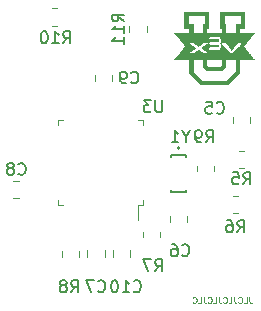
<source format=gbr>
%TF.GenerationSoftware,KiCad,Pcbnew,(5.99.0-8817-g721bf82603)*%
%TF.CreationDate,2021-02-09T01:09:19-06:00*%
%TF.ProjectId,VEXRS485ToSerial,56455852-5334-4383-9554-6f5365726961,rev?*%
%TF.SameCoordinates,Original*%
%TF.FileFunction,Legend,Bot*%
%TF.FilePolarity,Positive*%
%FSLAX46Y46*%
G04 Gerber Fmt 4.6, Leading zero omitted, Abs format (unit mm)*
G04 Created by KiCad (PCBNEW (5.99.0-8817-g721bf82603)) date 2021-02-09 01:09:19*
%MOMM*%
%LPD*%
G01*
G04 APERTURE LIST*
%ADD10C,0.100000*%
%ADD11C,0.150000*%
%ADD12C,0.127000*%
%ADD13C,0.200000*%
%ADD14C,0.120000*%
G04 APERTURE END LIST*
D10*
X89304522Y-106914190D02*
X89304522Y-107271333D01*
X89328332Y-107342761D01*
X89375951Y-107390380D01*
X89447379Y-107414190D01*
X89494999Y-107414190D01*
X88828332Y-107414190D02*
X89066427Y-107414190D01*
X89066427Y-106914190D01*
X88375951Y-107366571D02*
X88399760Y-107390380D01*
X88471189Y-107414190D01*
X88518808Y-107414190D01*
X88590237Y-107390380D01*
X88637856Y-107342761D01*
X88661665Y-107295142D01*
X88685475Y-107199904D01*
X88685475Y-107128476D01*
X88661665Y-107033238D01*
X88637856Y-106985619D01*
X88590237Y-106938000D01*
X88518808Y-106914190D01*
X88471189Y-106914190D01*
X88399760Y-106938000D01*
X88375951Y-106961809D01*
X88018808Y-106914190D02*
X88018808Y-107271333D01*
X88042618Y-107342761D01*
X88090237Y-107390380D01*
X88161665Y-107414190D01*
X88209284Y-107414190D01*
X87542618Y-107414190D02*
X87780713Y-107414190D01*
X87780713Y-106914190D01*
X87090237Y-107366571D02*
X87114046Y-107390380D01*
X87185475Y-107414190D01*
X87233094Y-107414190D01*
X87304522Y-107390380D01*
X87352141Y-107342761D01*
X87375951Y-107295142D01*
X87399760Y-107199904D01*
X87399760Y-107128476D01*
X87375951Y-107033238D01*
X87352141Y-106985619D01*
X87304522Y-106938000D01*
X87233094Y-106914190D01*
X87185475Y-106914190D01*
X87114046Y-106938000D01*
X87090237Y-106961809D01*
X86733094Y-106914190D02*
X86733094Y-107271333D01*
X86756903Y-107342761D01*
X86804522Y-107390380D01*
X86875951Y-107414190D01*
X86923570Y-107414190D01*
X86256903Y-107414190D02*
X86494999Y-107414190D01*
X86494999Y-106914190D01*
X85804522Y-107366571D02*
X85828332Y-107390380D01*
X85899760Y-107414190D01*
X85947379Y-107414190D01*
X86018808Y-107390380D01*
X86066427Y-107342761D01*
X86090237Y-107295142D01*
X86114046Y-107199904D01*
X86114046Y-107128476D01*
X86090237Y-107033238D01*
X86066427Y-106985619D01*
X86018808Y-106938000D01*
X85947379Y-106914190D01*
X85899760Y-106914190D01*
X85828332Y-106938000D01*
X85804522Y-106961809D01*
X85447379Y-106914190D02*
X85447379Y-107271333D01*
X85471189Y-107342761D01*
X85518808Y-107390380D01*
X85590237Y-107414190D01*
X85637856Y-107414190D01*
X84971189Y-107414190D02*
X85209284Y-107414190D01*
X85209284Y-106914190D01*
X84518808Y-107366571D02*
X84542618Y-107390380D01*
X84614046Y-107414190D01*
X84661665Y-107414190D01*
X84733094Y-107390380D01*
X84780713Y-107342761D01*
X84804522Y-107295142D01*
X84828332Y-107199904D01*
X84828332Y-107128476D01*
X84804522Y-107033238D01*
X84780713Y-106985619D01*
X84733094Y-106938000D01*
X84661665Y-106914190D01*
X84614046Y-106914190D01*
X84542618Y-106938000D01*
X84518808Y-106961809D01*
D11*
%TO.C,Y1*%
X83915190Y-93321190D02*
X83915190Y-93797380D01*
X84248523Y-92797380D02*
X83915190Y-93321190D01*
X83581857Y-92797380D01*
X82724714Y-93797380D02*
X83296142Y-93797380D01*
X83010428Y-93797380D02*
X83010428Y-92797380D01*
X83105666Y-92940238D01*
X83200904Y-93035476D01*
X83296142Y-93083095D01*
%TO.C,C10*%
X79509857Y-106402142D02*
X79557476Y-106449761D01*
X79700333Y-106497380D01*
X79795571Y-106497380D01*
X79938428Y-106449761D01*
X80033666Y-106354523D01*
X80081285Y-106259285D01*
X80128904Y-106068809D01*
X80128904Y-105925952D01*
X80081285Y-105735476D01*
X80033666Y-105640238D01*
X79938428Y-105545000D01*
X79795571Y-105497380D01*
X79700333Y-105497380D01*
X79557476Y-105545000D01*
X79509857Y-105592619D01*
X78557476Y-106497380D02*
X79128904Y-106497380D01*
X78843190Y-106497380D02*
X78843190Y-105497380D01*
X78938428Y-105640238D01*
X79033666Y-105735476D01*
X79128904Y-105783095D01*
X77938428Y-105497380D02*
X77843190Y-105497380D01*
X77747952Y-105545000D01*
X77700333Y-105592619D01*
X77652714Y-105687857D01*
X77605095Y-105878333D01*
X77605095Y-106116428D01*
X77652714Y-106306904D01*
X77700333Y-106402142D01*
X77747952Y-106449761D01*
X77843190Y-106497380D01*
X77938428Y-106497380D01*
X78033666Y-106449761D01*
X78081285Y-106402142D01*
X78128904Y-106306904D01*
X78176523Y-106116428D01*
X78176523Y-105878333D01*
X78128904Y-105687857D01*
X78081285Y-105592619D01*
X78033666Y-105545000D01*
X77938428Y-105497380D01*
%TO.C,C8*%
X69741166Y-96467142D02*
X69788785Y-96514761D01*
X69931642Y-96562380D01*
X70026880Y-96562380D01*
X70169738Y-96514761D01*
X70264976Y-96419523D01*
X70312595Y-96324285D01*
X70360214Y-96133809D01*
X70360214Y-95990952D01*
X70312595Y-95800476D01*
X70264976Y-95705238D01*
X70169738Y-95610000D01*
X70026880Y-95562380D01*
X69931642Y-95562380D01*
X69788785Y-95610000D01*
X69741166Y-95657619D01*
X69169738Y-95990952D02*
X69264976Y-95943333D01*
X69312595Y-95895714D01*
X69360214Y-95800476D01*
X69360214Y-95752857D01*
X69312595Y-95657619D01*
X69264976Y-95610000D01*
X69169738Y-95562380D01*
X68979261Y-95562380D01*
X68884023Y-95610000D01*
X68836404Y-95657619D01*
X68788785Y-95752857D01*
X68788785Y-95800476D01*
X68836404Y-95895714D01*
X68884023Y-95943333D01*
X68979261Y-95990952D01*
X69169738Y-95990952D01*
X69264976Y-96038571D01*
X69312595Y-96086190D01*
X69360214Y-96181428D01*
X69360214Y-96371904D01*
X69312595Y-96467142D01*
X69264976Y-96514761D01*
X69169738Y-96562380D01*
X68979261Y-96562380D01*
X68884023Y-96514761D01*
X68836404Y-96467142D01*
X68788785Y-96371904D01*
X68788785Y-96181428D01*
X68836404Y-96086190D01*
X68884023Y-96038571D01*
X68979261Y-95990952D01*
%TO.C,R6*%
X88288666Y-101417380D02*
X88622000Y-100941190D01*
X88860095Y-101417380D02*
X88860095Y-100417380D01*
X88479142Y-100417380D01*
X88383904Y-100465000D01*
X88336285Y-100512619D01*
X88288666Y-100607857D01*
X88288666Y-100750714D01*
X88336285Y-100845952D01*
X88383904Y-100893571D01*
X88479142Y-100941190D01*
X88860095Y-100941190D01*
X87431523Y-100417380D02*
X87622000Y-100417380D01*
X87717238Y-100465000D01*
X87764857Y-100512619D01*
X87860095Y-100655476D01*
X87907714Y-100845952D01*
X87907714Y-101226904D01*
X87860095Y-101322142D01*
X87812476Y-101369761D01*
X87717238Y-101417380D01*
X87526761Y-101417380D01*
X87431523Y-101369761D01*
X87383904Y-101322142D01*
X87336285Y-101226904D01*
X87336285Y-100988809D01*
X87383904Y-100893571D01*
X87431523Y-100845952D01*
X87526761Y-100798333D01*
X87717238Y-100798333D01*
X87812476Y-100845952D01*
X87860095Y-100893571D01*
X87907714Y-100988809D01*
%TO.C,R5*%
X88796666Y-97353380D02*
X89130000Y-96877190D01*
X89368095Y-97353380D02*
X89368095Y-96353380D01*
X88987142Y-96353380D01*
X88891904Y-96401000D01*
X88844285Y-96448619D01*
X88796666Y-96543857D01*
X88796666Y-96686714D01*
X88844285Y-96781952D01*
X88891904Y-96829571D01*
X88987142Y-96877190D01*
X89368095Y-96877190D01*
X87891904Y-96353380D02*
X88368095Y-96353380D01*
X88415714Y-96829571D01*
X88368095Y-96781952D01*
X88272857Y-96734333D01*
X88034761Y-96734333D01*
X87939523Y-96781952D01*
X87891904Y-96829571D01*
X87844285Y-96924809D01*
X87844285Y-97162904D01*
X87891904Y-97258142D01*
X87939523Y-97305761D01*
X88034761Y-97353380D01*
X88272857Y-97353380D01*
X88368095Y-97305761D01*
X88415714Y-97258142D01*
%TO.C,R7*%
X81319666Y-104719380D02*
X81653000Y-104243190D01*
X81891095Y-104719380D02*
X81891095Y-103719380D01*
X81510142Y-103719380D01*
X81414904Y-103767000D01*
X81367285Y-103814619D01*
X81319666Y-103909857D01*
X81319666Y-104052714D01*
X81367285Y-104147952D01*
X81414904Y-104195571D01*
X81510142Y-104243190D01*
X81891095Y-104243190D01*
X80986333Y-103719380D02*
X80319666Y-103719380D01*
X80748238Y-104719380D01*
%TO.C,C9*%
X79287666Y-88727642D02*
X79335285Y-88775261D01*
X79478142Y-88822880D01*
X79573380Y-88822880D01*
X79716238Y-88775261D01*
X79811476Y-88680023D01*
X79859095Y-88584785D01*
X79906714Y-88394309D01*
X79906714Y-88251452D01*
X79859095Y-88060976D01*
X79811476Y-87965738D01*
X79716238Y-87870500D01*
X79573380Y-87822880D01*
X79478142Y-87822880D01*
X79335285Y-87870500D01*
X79287666Y-87918119D01*
X78811476Y-88822880D02*
X78621000Y-88822880D01*
X78525761Y-88775261D01*
X78478142Y-88727642D01*
X78382904Y-88584785D01*
X78335285Y-88394309D01*
X78335285Y-88013357D01*
X78382904Y-87918119D01*
X78430523Y-87870500D01*
X78525761Y-87822880D01*
X78716238Y-87822880D01*
X78811476Y-87870500D01*
X78859095Y-87918119D01*
X78906714Y-88013357D01*
X78906714Y-88251452D01*
X78859095Y-88346690D01*
X78811476Y-88394309D01*
X78716238Y-88441928D01*
X78525761Y-88441928D01*
X78430523Y-88394309D01*
X78382904Y-88346690D01*
X78335285Y-88251452D01*
%TO.C,C5*%
X86526666Y-91289142D02*
X86574285Y-91336761D01*
X86717142Y-91384380D01*
X86812380Y-91384380D01*
X86955238Y-91336761D01*
X87050476Y-91241523D01*
X87098095Y-91146285D01*
X87145714Y-90955809D01*
X87145714Y-90812952D01*
X87098095Y-90622476D01*
X87050476Y-90527238D01*
X86955238Y-90432000D01*
X86812380Y-90384380D01*
X86717142Y-90384380D01*
X86574285Y-90432000D01*
X86526666Y-90479619D01*
X85621904Y-90384380D02*
X86098095Y-90384380D01*
X86145714Y-90860571D01*
X86098095Y-90812952D01*
X86002857Y-90765333D01*
X85764761Y-90765333D01*
X85669523Y-90812952D01*
X85621904Y-90860571D01*
X85574285Y-90955809D01*
X85574285Y-91193904D01*
X85621904Y-91289142D01*
X85669523Y-91336761D01*
X85764761Y-91384380D01*
X86002857Y-91384380D01*
X86098095Y-91336761D01*
X86145714Y-91289142D01*
%TO.C,R11*%
X78685380Y-83574142D02*
X78209190Y-83240809D01*
X78685380Y-83002714D02*
X77685380Y-83002714D01*
X77685380Y-83383666D01*
X77733000Y-83478904D01*
X77780619Y-83526523D01*
X77875857Y-83574142D01*
X78018714Y-83574142D01*
X78113952Y-83526523D01*
X78161571Y-83478904D01*
X78209190Y-83383666D01*
X78209190Y-83002714D01*
X78685380Y-84526523D02*
X78685380Y-83955095D01*
X78685380Y-84240809D02*
X77685380Y-84240809D01*
X77828238Y-84145571D01*
X77923476Y-84050333D01*
X77971095Y-83955095D01*
X78685380Y-85478904D02*
X78685380Y-84907476D01*
X78685380Y-85193190D02*
X77685380Y-85193190D01*
X77828238Y-85097952D01*
X77923476Y-85002714D01*
X77971095Y-84907476D01*
%TO.C,R8*%
X74207666Y-106497380D02*
X74541000Y-106021190D01*
X74779095Y-106497380D02*
X74779095Y-105497380D01*
X74398142Y-105497380D01*
X74302904Y-105545000D01*
X74255285Y-105592619D01*
X74207666Y-105687857D01*
X74207666Y-105830714D01*
X74255285Y-105925952D01*
X74302904Y-105973571D01*
X74398142Y-106021190D01*
X74779095Y-106021190D01*
X73636238Y-105925952D02*
X73731476Y-105878333D01*
X73779095Y-105830714D01*
X73826714Y-105735476D01*
X73826714Y-105687857D01*
X73779095Y-105592619D01*
X73731476Y-105545000D01*
X73636238Y-105497380D01*
X73445761Y-105497380D01*
X73350523Y-105545000D01*
X73302904Y-105592619D01*
X73255285Y-105687857D01*
X73255285Y-105735476D01*
X73302904Y-105830714D01*
X73350523Y-105878333D01*
X73445761Y-105925952D01*
X73636238Y-105925952D01*
X73731476Y-105973571D01*
X73779095Y-106021190D01*
X73826714Y-106116428D01*
X73826714Y-106306904D01*
X73779095Y-106402142D01*
X73731476Y-106449761D01*
X73636238Y-106497380D01*
X73445761Y-106497380D01*
X73350523Y-106449761D01*
X73302904Y-106402142D01*
X73255285Y-106306904D01*
X73255285Y-106116428D01*
X73302904Y-106021190D01*
X73350523Y-105973571D01*
X73445761Y-105925952D01*
%TO.C,R10*%
X73540857Y-85415380D02*
X73874190Y-84939190D01*
X74112285Y-85415380D02*
X74112285Y-84415380D01*
X73731333Y-84415380D01*
X73636095Y-84463000D01*
X73588476Y-84510619D01*
X73540857Y-84605857D01*
X73540857Y-84748714D01*
X73588476Y-84843952D01*
X73636095Y-84891571D01*
X73731333Y-84939190D01*
X74112285Y-84939190D01*
X72588476Y-85415380D02*
X73159904Y-85415380D01*
X72874190Y-85415380D02*
X72874190Y-84415380D01*
X72969428Y-84558238D01*
X73064666Y-84653476D01*
X73159904Y-84701095D01*
X71969428Y-84415380D02*
X71874190Y-84415380D01*
X71778952Y-84463000D01*
X71731333Y-84510619D01*
X71683714Y-84605857D01*
X71636095Y-84796333D01*
X71636095Y-85034428D01*
X71683714Y-85224904D01*
X71731333Y-85320142D01*
X71778952Y-85367761D01*
X71874190Y-85415380D01*
X71969428Y-85415380D01*
X72064666Y-85367761D01*
X72112285Y-85320142D01*
X72159904Y-85224904D01*
X72207523Y-85034428D01*
X72207523Y-84796333D01*
X72159904Y-84605857D01*
X72112285Y-84510619D01*
X72064666Y-84463000D01*
X71969428Y-84415380D01*
%TO.C,C6*%
X83605666Y-103354142D02*
X83653285Y-103401761D01*
X83796142Y-103449380D01*
X83891380Y-103449380D01*
X84034238Y-103401761D01*
X84129476Y-103306523D01*
X84177095Y-103211285D01*
X84224714Y-103020809D01*
X84224714Y-102877952D01*
X84177095Y-102687476D01*
X84129476Y-102592238D01*
X84034238Y-102497000D01*
X83891380Y-102449380D01*
X83796142Y-102449380D01*
X83653285Y-102497000D01*
X83605666Y-102544619D01*
X82748523Y-102449380D02*
X82939000Y-102449380D01*
X83034238Y-102497000D01*
X83081857Y-102544619D01*
X83177095Y-102687476D01*
X83224714Y-102877952D01*
X83224714Y-103258904D01*
X83177095Y-103354142D01*
X83129476Y-103401761D01*
X83034238Y-103449380D01*
X82843761Y-103449380D01*
X82748523Y-103401761D01*
X82700904Y-103354142D01*
X82653285Y-103258904D01*
X82653285Y-103020809D01*
X82700904Y-102925571D01*
X82748523Y-102877952D01*
X82843761Y-102830333D01*
X83034238Y-102830333D01*
X83129476Y-102877952D01*
X83177095Y-102925571D01*
X83224714Y-103020809D01*
%TO.C,R9*%
X85637666Y-93797380D02*
X85971000Y-93321190D01*
X86209095Y-93797380D02*
X86209095Y-92797380D01*
X85828142Y-92797380D01*
X85732904Y-92845000D01*
X85685285Y-92892619D01*
X85637666Y-92987857D01*
X85637666Y-93130714D01*
X85685285Y-93225952D01*
X85732904Y-93273571D01*
X85828142Y-93321190D01*
X86209095Y-93321190D01*
X85161476Y-93797380D02*
X84971000Y-93797380D01*
X84875761Y-93749761D01*
X84828142Y-93702142D01*
X84732904Y-93559285D01*
X84685285Y-93368809D01*
X84685285Y-92987857D01*
X84732904Y-92892619D01*
X84780523Y-92845000D01*
X84875761Y-92797380D01*
X85066238Y-92797380D01*
X85161476Y-92845000D01*
X85209095Y-92892619D01*
X85256714Y-92987857D01*
X85256714Y-93225952D01*
X85209095Y-93321190D01*
X85161476Y-93368809D01*
X85066238Y-93416428D01*
X84875761Y-93416428D01*
X84780523Y-93368809D01*
X84732904Y-93321190D01*
X84685285Y-93225952D01*
%TO.C,C7*%
X76493666Y-106402142D02*
X76541285Y-106449761D01*
X76684142Y-106497380D01*
X76779380Y-106497380D01*
X76922238Y-106449761D01*
X77017476Y-106354523D01*
X77065095Y-106259285D01*
X77112714Y-106068809D01*
X77112714Y-105925952D01*
X77065095Y-105735476D01*
X77017476Y-105640238D01*
X76922238Y-105545000D01*
X76779380Y-105497380D01*
X76684142Y-105497380D01*
X76541285Y-105545000D01*
X76493666Y-105592619D01*
X76160333Y-105497380D02*
X75493666Y-105497380D01*
X75922238Y-106497380D01*
%TO.C,U3*%
X81914904Y-90257380D02*
X81914904Y-91066904D01*
X81867285Y-91162142D01*
X81819666Y-91209761D01*
X81724428Y-91257380D01*
X81533952Y-91257380D01*
X81438714Y-91209761D01*
X81391095Y-91162142D01*
X81343476Y-91066904D01*
X81343476Y-90257380D01*
X80962523Y-90257380D02*
X80343476Y-90257380D01*
X80676809Y-90638333D01*
X80533952Y-90638333D01*
X80438714Y-90685952D01*
X80391095Y-90733571D01*
X80343476Y-90828809D01*
X80343476Y-91066904D01*
X80391095Y-91162142D01*
X80438714Y-91209761D01*
X80533952Y-91257380D01*
X80819666Y-91257380D01*
X80914904Y-91209761D01*
X80962523Y-91162142D01*
D12*
%TO.C,Y1*%
X82662000Y-98054000D02*
X82662000Y-97867500D01*
X83962000Y-94854000D02*
X83962000Y-95040500D01*
X82662000Y-98054000D02*
X83962000Y-98054000D01*
X82662000Y-94854000D02*
X82662000Y-95040500D01*
X83962000Y-98054000D02*
X83962000Y-97867500D01*
X82662000Y-94854000D02*
X83962000Y-94854000D01*
D13*
X83412000Y-94304000D02*
G75*
G03*
X83412000Y-94304000I-100000J0D01*
G01*
D14*
%TO.C,C10*%
X79221000Y-102968248D02*
X79221000Y-103490752D01*
X77751000Y-102968248D02*
X77751000Y-103490752D01*
%TO.C,C8*%
X69835752Y-98525000D02*
X69313248Y-98525000D01*
X69835752Y-97055000D02*
X69313248Y-97055000D01*
%TO.C,R6*%
X88349064Y-98325000D02*
X87894936Y-98325000D01*
X88349064Y-99795000D02*
X87894936Y-99795000D01*
%TO.C,R5*%
X88857064Y-94515000D02*
X88402936Y-94515000D01*
X88857064Y-95985000D02*
X88402936Y-95985000D01*
%TO.C,R7*%
X80291000Y-101843064D02*
X80291000Y-101388936D01*
X81761000Y-101843064D02*
X81761000Y-101388936D01*
%TO.C,C9*%
X76227000Y-88631752D02*
X76227000Y-88109248D01*
X77697000Y-88631752D02*
X77697000Y-88109248D01*
%TO.C,C5*%
X87911000Y-92187752D02*
X87911000Y-91665248D01*
X89381000Y-92187752D02*
X89381000Y-91665248D01*
%TO.C,G\u002A\u002A\u002A*%
G36*
X84181116Y-86201328D02*
G01*
X84184731Y-86212632D01*
X84184244Y-86230831D01*
X84180982Y-86241649D01*
X84176956Y-86246862D01*
X84174362Y-86238901D01*
X84173548Y-86218180D01*
X84173552Y-86217631D01*
X84174269Y-86200604D01*
X84176540Y-86195727D01*
X84181116Y-86201328D01*
G37*
G36*
X84152291Y-86231496D02*
G01*
X84152818Y-86236175D01*
X84156725Y-86250585D01*
X84156890Y-86258669D01*
X84146313Y-86261566D01*
X84137542Y-86260437D01*
X84131686Y-86255951D01*
X84131714Y-86255339D01*
X84135251Y-86246362D01*
X84142230Y-86236583D01*
X84149095Y-86230221D01*
X84152291Y-86231496D01*
G37*
G36*
X84161181Y-86180120D02*
G01*
X84162569Y-86181204D01*
X84151284Y-86183188D01*
X84143559Y-86184912D01*
X84127765Y-86192910D01*
X84120060Y-86203652D01*
X84123153Y-86214158D01*
X84127026Y-86221038D01*
X84122858Y-86234241D01*
X84121241Y-86236667D01*
X84112448Y-86243545D01*
X84106259Y-86237678D01*
X84103919Y-86220001D01*
X84108845Y-86198209D01*
X84123974Y-86183615D01*
X84147801Y-86179305D01*
X84161181Y-86180120D01*
G37*
G36*
X88988067Y-85511648D02*
G01*
X88949026Y-85560895D01*
X88915853Y-85602963D01*
X88889124Y-85637131D01*
X88869411Y-85662677D01*
X88857289Y-85678877D01*
X88853330Y-85685010D01*
X88855762Y-85688357D01*
X88866242Y-85701790D01*
X88884449Y-85724772D01*
X88909800Y-85756577D01*
X88941713Y-85796479D01*
X88979603Y-85843751D01*
X89022889Y-85897668D01*
X89070988Y-85957501D01*
X89123316Y-86022525D01*
X89179290Y-86092014D01*
X89238329Y-86165240D01*
X89299847Y-86241478D01*
X89344205Y-86296439D01*
X89404002Y-86370574D01*
X89460901Y-86441168D01*
X89514320Y-86507495D01*
X89563676Y-86568829D01*
X89608386Y-86624445D01*
X89647868Y-86673618D01*
X89681537Y-86715620D01*
X89708811Y-86749728D01*
X89729108Y-86775214D01*
X89741843Y-86791354D01*
X89746435Y-86797421D01*
X89746407Y-86797499D01*
X89738724Y-86798314D01*
X89718217Y-86799093D01*
X89685856Y-86799826D01*
X89642608Y-86800506D01*
X89589443Y-86801122D01*
X89527331Y-86801668D01*
X89457240Y-86802134D01*
X89380139Y-86802511D01*
X89296997Y-86802791D01*
X89208784Y-86802965D01*
X89116468Y-86803025D01*
X88484187Y-86803025D01*
X88484187Y-87965739D01*
X87488077Y-88961921D01*
X85216073Y-88961921D01*
X84719001Y-88461400D01*
X84221930Y-87960880D01*
X84221930Y-86803098D01*
X84195784Y-86803025D01*
X84569019Y-86803025D01*
X84569019Y-87814838D01*
X84972342Y-88221777D01*
X85375665Y-88628715D01*
X87328247Y-88628715D01*
X88137189Y-87819773D01*
X88135408Y-87313134D01*
X88133627Y-86806496D01*
X87715384Y-86804707D01*
X87297141Y-86802917D01*
X87297141Y-87479965D01*
X86988119Y-87788759D01*
X85717772Y-87788759D01*
X85402034Y-87472797D01*
X85402034Y-87327437D01*
X85749123Y-87327437D01*
X85806538Y-87384553D01*
X85863952Y-87441670D01*
X86842780Y-87441670D01*
X86896416Y-87387717D01*
X86950052Y-87333765D01*
X86950052Y-86803025D01*
X85749123Y-86803025D01*
X85749123Y-87327437D01*
X85402034Y-87327437D01*
X85402034Y-86803025D01*
X84569019Y-86803025D01*
X84195784Y-86803025D01*
X83587262Y-86801326D01*
X82952595Y-86799554D01*
X83402990Y-86241304D01*
X83427276Y-86211181D01*
X84086715Y-86211181D01*
X84089582Y-86235234D01*
X84105927Y-86259830D01*
X84115412Y-86267926D01*
X84137285Y-86275534D01*
X84160157Y-86272862D01*
X84180661Y-86261391D01*
X84191894Y-86247101D01*
X84216838Y-86247101D01*
X84221930Y-86258095D01*
X84222399Y-86258618D01*
X84227515Y-86261778D01*
X84237035Y-86264207D01*
X84252536Y-86265994D01*
X84275601Y-86267228D01*
X84307807Y-86267998D01*
X84350736Y-86268395D01*
X84405967Y-86268508D01*
X84581363Y-86268508D01*
X84757413Y-86146053D01*
X84771350Y-86136357D01*
X84816690Y-86104787D01*
X84859575Y-86074887D01*
X84898217Y-86047906D01*
X84930825Y-86025095D01*
X84955611Y-86007705D01*
X84970785Y-85996986D01*
X85008106Y-85970373D01*
X85081853Y-86021467D01*
X85092812Y-86029058D01*
X85124566Y-86051045D01*
X85163693Y-86078129D01*
X85207385Y-86108367D01*
X85252836Y-86139816D01*
X85297240Y-86170534D01*
X85438880Y-86268508D01*
X85617448Y-86268508D01*
X85640444Y-86268494D01*
X85690990Y-86268304D01*
X85729864Y-86267817D01*
X85758661Y-86266941D01*
X85778976Y-86265585D01*
X85792402Y-86263657D01*
X85800536Y-86261064D01*
X85804971Y-86257717D01*
X85807573Y-86254269D01*
X85809351Y-86245043D01*
X85800615Y-86233844D01*
X85799971Y-86233266D01*
X85789801Y-86225650D01*
X85769440Y-86211271D01*
X85740049Y-86190924D01*
X85702790Y-86165402D01*
X85658826Y-86135498D01*
X85609319Y-86102007D01*
X85555431Y-86065721D01*
X85498324Y-86027435D01*
X85209346Y-85834107D01*
X85478458Y-85652066D01*
X85528671Y-85618021D01*
X85580425Y-85582758D01*
X85627716Y-85550357D01*
X85669368Y-85521632D01*
X85704205Y-85497399D01*
X85731051Y-85478471D01*
X85748730Y-85465663D01*
X85756064Y-85459790D01*
X85759946Y-85452769D01*
X85760530Y-85439053D01*
X85759697Y-85437585D01*
X85755291Y-85434661D01*
X85746218Y-85432428D01*
X85730941Y-85430798D01*
X85707925Y-85429683D01*
X85675634Y-85428996D01*
X85632531Y-85428648D01*
X85577082Y-85428551D01*
X85397665Y-85428551D01*
X85266220Y-85519572D01*
X85254987Y-85527351D01*
X85212248Y-85556961D01*
X85169766Y-85586410D01*
X85130331Y-85613763D01*
X85096733Y-85637085D01*
X85071762Y-85654440D01*
X85008750Y-85698288D01*
X84815006Y-85563420D01*
X84621262Y-85428551D01*
X84446742Y-85428551D01*
X84439194Y-85428553D01*
X84385720Y-85428697D01*
X84344349Y-85429138D01*
X84313495Y-85429968D01*
X84291575Y-85431275D01*
X84277005Y-85433150D01*
X84268202Y-85435683D01*
X84263580Y-85438964D01*
X84258850Y-85447328D01*
X84262585Y-85458590D01*
X84269043Y-85463724D01*
X84285997Y-85475938D01*
X84312207Y-85494329D01*
X84346505Y-85518092D01*
X84387723Y-85546421D01*
X84434694Y-85578513D01*
X84486250Y-85613560D01*
X84541224Y-85650759D01*
X84594585Y-85686948D01*
X84645266Y-85721647D01*
X84690994Y-85753286D01*
X84730670Y-85781090D01*
X84763196Y-85804282D01*
X84787474Y-85822088D01*
X84802406Y-85833731D01*
X84806894Y-85838435D01*
X84806591Y-85838673D01*
X84798258Y-85844492D01*
X84779691Y-85857165D01*
X84752017Y-85875932D01*
X84716360Y-85900035D01*
X84673845Y-85928713D01*
X84625598Y-85961206D01*
X84572744Y-85996755D01*
X84516408Y-86034599D01*
X84508501Y-86039909D01*
X84452371Y-86077712D01*
X84399762Y-86113325D01*
X84351822Y-86145960D01*
X84309696Y-86174828D01*
X84274531Y-86199140D01*
X84247672Y-86217970D01*
X84247474Y-86218109D01*
X84229670Y-86230946D01*
X84222267Y-86236863D01*
X84216838Y-86247101D01*
X84191894Y-86247101D01*
X84195432Y-86242600D01*
X84201104Y-86217970D01*
X84200667Y-86210471D01*
X84192289Y-86186962D01*
X84175725Y-86170785D01*
X84154226Y-86162661D01*
X84131043Y-86163315D01*
X84109426Y-86173469D01*
X84092628Y-86193846D01*
X84086715Y-86211181D01*
X83427276Y-86211181D01*
X83453139Y-86179101D01*
X83512964Y-86104777D01*
X83569770Y-86034073D01*
X83622984Y-85967707D01*
X83672035Y-85906396D01*
X83716353Y-85850858D01*
X83755365Y-85801810D01*
X83788501Y-85759969D01*
X83815190Y-85726052D01*
X83834859Y-85700777D01*
X83846938Y-85684860D01*
X83850856Y-85679019D01*
X83848035Y-85675426D01*
X83837089Y-85661739D01*
X83818452Y-85638523D01*
X83792704Y-85606500D01*
X83760423Y-85566388D01*
X83722191Y-85518908D01*
X83678588Y-85464781D01*
X83647106Y-85425714D01*
X85908814Y-85425714D01*
X85911552Y-85463524D01*
X85922316Y-85498502D01*
X85941184Y-85526949D01*
X85959974Y-85546562D01*
X86323575Y-85546562D01*
X86361696Y-85546582D01*
X86449791Y-85546819D01*
X86524315Y-85547326D01*
X86585492Y-85548107D01*
X86633545Y-85549167D01*
X86668698Y-85550510D01*
X86691173Y-85552141D01*
X86701194Y-85554064D01*
X86702000Y-85554514D01*
X86716776Y-85569582D01*
X86729408Y-85594179D01*
X86738247Y-85624176D01*
X86741646Y-85655443D01*
X86739891Y-85685293D01*
X86730558Y-85719162D01*
X86712359Y-85746138D01*
X86697728Y-85761757D01*
X86332568Y-85761757D01*
X86275193Y-85761743D01*
X86200868Y-85761736D01*
X86138539Y-85761871D01*
X86087077Y-85762289D01*
X86045356Y-85763131D01*
X86012247Y-85764537D01*
X85986623Y-85766649D01*
X85967354Y-85769606D01*
X85953315Y-85773551D01*
X85943376Y-85778623D01*
X85936410Y-85784963D01*
X85931288Y-85792714D01*
X85926884Y-85802014D01*
X85922069Y-85813005D01*
X85920329Y-85817116D01*
X85912197Y-85847028D01*
X85909089Y-85879768D01*
X85910465Y-85901162D01*
X85918629Y-85936445D01*
X85932751Y-85966223D01*
X85951228Y-85986446D01*
X85951726Y-85986784D01*
X85956672Y-85989254D01*
X85964134Y-85991327D01*
X85975248Y-85993033D01*
X85991150Y-85994407D01*
X86012977Y-85995481D01*
X86041867Y-85996288D01*
X86078957Y-85996862D01*
X86125382Y-85997234D01*
X86182280Y-85997438D01*
X86250788Y-85997507D01*
X86332042Y-85997473D01*
X86407527Y-85997396D01*
X86479456Y-85997231D01*
X86539785Y-85996892D01*
X86589713Y-85996283D01*
X86630445Y-85995311D01*
X86663182Y-85993882D01*
X86689127Y-85991901D01*
X86709481Y-85989273D01*
X86725447Y-85985904D01*
X86738227Y-85981700D01*
X86749023Y-85976567D01*
X86759039Y-85970410D01*
X86769474Y-85963134D01*
X86779125Y-85955209D01*
X86802662Y-85928447D01*
X86826049Y-85892723D01*
X86847298Y-85851295D01*
X86864421Y-85807423D01*
X86871050Y-85785973D01*
X86877074Y-85761134D01*
X86880759Y-85735534D01*
X86882686Y-85704804D01*
X86883437Y-85664572D01*
X86883328Y-85634725D01*
X86880869Y-85585579D01*
X86874856Y-85543855D01*
X86864583Y-85505448D01*
X86849345Y-85466255D01*
X86841399Y-85447268D01*
X86981290Y-85447268D01*
X86984140Y-85453263D01*
X86995769Y-85470116D01*
X87016241Y-85497195D01*
X87045430Y-85534340D01*
X87083207Y-85581392D01*
X87129446Y-85638194D01*
X87151128Y-85664572D01*
X87184019Y-85704587D01*
X87246798Y-85780412D01*
X87317655Y-85865511D01*
X87634436Y-86245043D01*
X87654021Y-86268508D01*
X87947604Y-86268508D01*
X88282339Y-85862346D01*
X88284845Y-85859305D01*
X88351956Y-85777662D01*
X88412015Y-85704191D01*
X88464780Y-85639193D01*
X88510012Y-85582972D01*
X88547469Y-85535830D01*
X88576911Y-85498070D01*
X88598099Y-85469994D01*
X88610791Y-85451904D01*
X88614747Y-85444104D01*
X88614171Y-85442111D01*
X88611250Y-85438660D01*
X88604610Y-85436093D01*
X88592557Y-85434283D01*
X88573397Y-85433100D01*
X88545436Y-85432415D01*
X88506980Y-85432099D01*
X88456334Y-85432022D01*
X88300249Y-85432022D01*
X88053806Y-85738791D01*
X88020031Y-85780773D01*
X87976269Y-85834986D01*
X87935615Y-85885138D01*
X87898865Y-85930261D01*
X87866812Y-85969386D01*
X87840252Y-86001544D01*
X87819979Y-86025765D01*
X87806788Y-86041082D01*
X87801473Y-86046524D01*
X87797758Y-86043201D01*
X87785878Y-86030101D01*
X87766679Y-86007945D01*
X87740958Y-85977681D01*
X87709509Y-85940256D01*
X87673127Y-85896618D01*
X87632608Y-85847712D01*
X87588746Y-85794487D01*
X87542338Y-85737889D01*
X87289093Y-85428289D01*
X87135191Y-85430156D01*
X87128318Y-85430239D01*
X87079957Y-85430869D01*
X87043567Y-85431548D01*
X87017446Y-85432467D01*
X86999891Y-85433814D01*
X86989200Y-85435778D01*
X86983671Y-85438549D01*
X86981602Y-85442316D01*
X86981290Y-85447268D01*
X86841399Y-85447268D01*
X86841016Y-85446354D01*
X86837658Y-85432804D01*
X86839514Y-85421440D01*
X86846311Y-85406916D01*
X86855789Y-85386350D01*
X86871323Y-85336818D01*
X86880400Y-85278670D01*
X86883400Y-85209885D01*
X86882675Y-85176728D01*
X86874041Y-85099189D01*
X86855747Y-85030942D01*
X86827899Y-84972312D01*
X86790601Y-84923626D01*
X86781156Y-84913640D01*
X86771617Y-84903712D01*
X86762444Y-84895399D01*
X86752450Y-84888551D01*
X86740447Y-84883020D01*
X86725248Y-84878657D01*
X86705666Y-84875313D01*
X86680513Y-84872839D01*
X86648602Y-84871088D01*
X86608746Y-84869909D01*
X86559756Y-84869154D01*
X86500447Y-84868675D01*
X86429629Y-84868323D01*
X86346117Y-84867949D01*
X86317827Y-84867820D01*
X86235983Y-84867545D01*
X86166786Y-84867497D01*
X86109293Y-84867692D01*
X86062562Y-84868147D01*
X86025651Y-84868879D01*
X85997620Y-84869905D01*
X85977524Y-84871242D01*
X85964424Y-84872906D01*
X85957377Y-84874915D01*
X85941532Y-84887126D01*
X85925062Y-84912277D01*
X85914202Y-84944632D01*
X85909631Y-84980802D01*
X85912027Y-85017400D01*
X85922069Y-85051040D01*
X85925411Y-85058634D01*
X85929826Y-85068471D01*
X85934589Y-85076712D01*
X85940828Y-85083497D01*
X85949672Y-85088968D01*
X85962249Y-85093266D01*
X85979685Y-85096530D01*
X86003110Y-85098902D01*
X86033650Y-85100523D01*
X86072434Y-85101534D01*
X86120590Y-85102075D01*
X86179246Y-85102287D01*
X86249529Y-85102311D01*
X86332568Y-85102287D01*
X86697728Y-85102287D01*
X86712359Y-85117906D01*
X86721405Y-85129460D01*
X86735769Y-85161760D01*
X86741667Y-85199371D01*
X86739165Y-85238394D01*
X86728327Y-85274930D01*
X86709220Y-85305081D01*
X86707002Y-85307144D01*
X86702669Y-85309558D01*
X86695776Y-85311566D01*
X86685190Y-85313204D01*
X86669779Y-85314511D01*
X86648411Y-85315523D01*
X86619953Y-85316277D01*
X86583273Y-85316810D01*
X86537240Y-85317160D01*
X86480719Y-85317364D01*
X86412580Y-85317459D01*
X86331690Y-85317483D01*
X85965384Y-85317483D01*
X85945248Y-85334426D01*
X85927103Y-85356378D01*
X85914023Y-85388766D01*
X85908814Y-85425714D01*
X83647106Y-85425714D01*
X83630193Y-85404727D01*
X83577587Y-85339466D01*
X83521350Y-85269718D01*
X83462062Y-85196203D01*
X83400304Y-85119642D01*
X82952280Y-84564299D01*
X84221930Y-84560755D01*
X84221930Y-84179030D01*
X83805422Y-84179030D01*
X83805422Y-83106524D01*
X84149041Y-83106524D01*
X84149041Y-83828469D01*
X84359030Y-83830307D01*
X84569019Y-83832144D01*
X84569019Y-84560828D01*
X85402034Y-84560828D01*
X85402034Y-83831940D01*
X85506284Y-83831940D01*
X85504487Y-83469232D01*
X85502689Y-83106524D01*
X84149041Y-83106524D01*
X83805422Y-83106524D01*
X83805422Y-82762905D01*
X85853250Y-82762905D01*
X85853250Y-84179030D01*
X85749123Y-84179030D01*
X85749123Y-84560828D01*
X86950052Y-84560828D01*
X86950052Y-84179030D01*
X86852867Y-84179030D01*
X86852867Y-83106524D01*
X87196486Y-83106524D01*
X87196486Y-83828469D01*
X87246814Y-83830509D01*
X87297141Y-83832549D01*
X87297141Y-84560828D01*
X87712492Y-84560828D01*
X87785446Y-84560756D01*
X87856077Y-84560542D01*
X87921360Y-84560200D01*
X87980076Y-84559743D01*
X88031006Y-84559184D01*
X88072929Y-84558537D01*
X88104627Y-84557815D01*
X88124881Y-84557031D01*
X88132470Y-84556200D01*
X88132790Y-84555021D01*
X88133664Y-84542795D01*
X88134475Y-84518462D01*
X88135207Y-84483335D01*
X88135843Y-84438728D01*
X88136367Y-84385953D01*
X88136762Y-84326324D01*
X88137011Y-84261154D01*
X88137098Y-84191756D01*
X88137098Y-83831940D01*
X88553729Y-83831940D01*
X88551931Y-83469232D01*
X88550134Y-83106524D01*
X87196486Y-83106524D01*
X86852867Y-83106524D01*
X86852867Y-82762905D01*
X88900694Y-82762905D01*
X88900694Y-84179030D01*
X88484187Y-84179030D01*
X88484187Y-84560828D01*
X89123757Y-84560828D01*
X89215789Y-84560872D01*
X89303679Y-84560987D01*
X89386454Y-84561169D01*
X89463140Y-84561410D01*
X89532761Y-84561707D01*
X89594345Y-84562053D01*
X89646916Y-84562444D01*
X89689500Y-84562873D01*
X89721124Y-84563336D01*
X89740813Y-84563826D01*
X89747592Y-84564340D01*
X89745003Y-84567926D01*
X89734353Y-84581593D01*
X89716001Y-84604782D01*
X89690524Y-84636774D01*
X89658497Y-84676849D01*
X89620498Y-84724290D01*
X89577102Y-84778378D01*
X89528885Y-84838394D01*
X89476424Y-84903620D01*
X89420296Y-84973336D01*
X89361075Y-85046825D01*
X89299340Y-85123367D01*
X89251246Y-85183020D01*
X89191459Y-85257324D01*
X89134675Y-85328061D01*
X89081466Y-85394509D01*
X89041861Y-85444104D01*
X89032405Y-85455945D01*
X88988067Y-85511648D01*
G37*
G36*
X84147229Y-86199292D02*
G01*
X84152512Y-86206032D01*
X84152310Y-86207691D01*
X84145570Y-86212973D01*
X84143911Y-86212772D01*
X84138628Y-86206032D01*
X84138830Y-86204372D01*
X84145570Y-86199090D01*
X84147229Y-86199292D01*
G37*
%TO.C,R11*%
X79148000Y-83989936D02*
X79148000Y-84444064D01*
X80618000Y-83989936D02*
X80618000Y-84444064D01*
%TO.C,R8*%
X74903000Y-103039936D02*
X74903000Y-103494064D01*
X73433000Y-103039936D02*
X73433000Y-103494064D01*
%TO.C,R10*%
X73014064Y-82450000D02*
X72559936Y-82450000D01*
X73014064Y-83920000D02*
X72559936Y-83920000D01*
%TO.C,C6*%
X82577000Y-100569752D02*
X82577000Y-100047248D01*
X84047000Y-100569752D02*
X84047000Y-100047248D01*
%TO.C,R9*%
X84863000Y-96255064D02*
X84863000Y-95800936D01*
X86333000Y-96255064D02*
X86333000Y-95800936D01*
%TO.C,C7*%
X77062000Y-103490752D02*
X77062000Y-102968248D01*
X75592000Y-103490752D02*
X75592000Y-102968248D01*
%TO.C,U3*%
X73098000Y-99114000D02*
X73548000Y-99114000D01*
X80318000Y-98664000D02*
X80318000Y-99114000D01*
X73098000Y-91894000D02*
X73548000Y-91894000D01*
X80318000Y-99114000D02*
X79868000Y-99114000D01*
X73098000Y-98664000D02*
X73098000Y-99114000D01*
X79868000Y-99114000D02*
X79868000Y-100404000D01*
X80318000Y-91894000D02*
X79868000Y-91894000D01*
X80318000Y-92344000D02*
X80318000Y-91894000D01*
X73098000Y-92344000D02*
X73098000Y-91894000D01*
%TD*%
M02*

</source>
